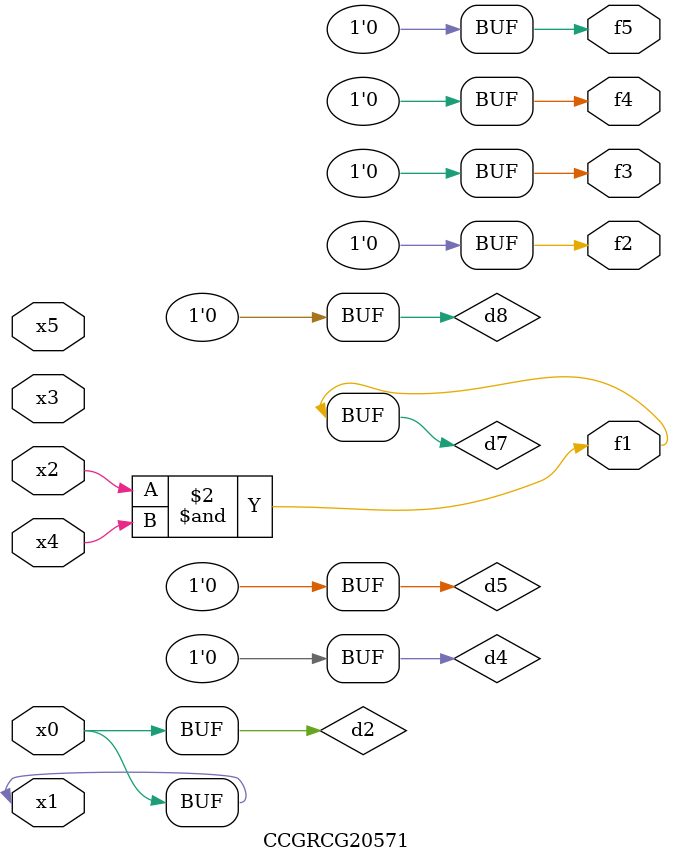
<source format=v>
module CCGRCG20571(
	input x0, x1, x2, x3, x4, x5,
	output f1, f2, f3, f4, f5
);

	wire d1, d2, d3, d4, d5, d6, d7, d8, d9;

	nand (d1, x1);
	buf (d2, x0, x1);
	nand (d3, x2, x4);
	and (d4, d1, d2);
	and (d5, d1, d2);
	nand (d6, d1, d3);
	not (d7, d3);
	xor (d8, d5);
	nor (d9, d5, d6);
	assign f1 = d7;
	assign f2 = d8;
	assign f3 = d8;
	assign f4 = d8;
	assign f5 = d8;
endmodule

</source>
